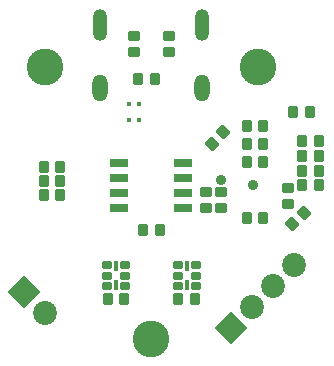
<source format=gbs>
G04*
G04 #@! TF.GenerationSoftware,Altium Limited,Altium Designer,25.1.2 (22)*
G04*
G04 Layer_Color=16711935*
%FSLAX43Y43*%
%MOMM*%
G71*
G04*
G04 #@! TF.SameCoordinates,66C82C06-DC23-4D2E-A039-6B46B43C7AA7*
G04*
G04*
G04 #@! TF.FilePolarity,Negative*
G04*
G01*
G75*
%ADD28C,0.900*%
G04:AMPARAMS|DCode=32|XSize=0.8mm|YSize=1mm|CornerRadius=0.12mm|HoleSize=0mm|Usage=FLASHONLY|Rotation=180.000|XOffset=0mm|YOffset=0mm|HoleType=Round|Shape=RoundedRectangle|*
%AMROUNDEDRECTD32*
21,1,0.800,0.760,0,0,180.0*
21,1,0.560,1.000,0,0,180.0*
1,1,0.240,-0.280,0.380*
1,1,0.240,0.280,0.380*
1,1,0.240,0.280,-0.380*
1,1,0.240,-0.280,-0.380*
%
%ADD32ROUNDEDRECTD32*%
G04:AMPARAMS|DCode=33|XSize=0.4mm|YSize=0.8mm|CornerRadius=0.08mm|HoleSize=0mm|Usage=FLASHONLY|Rotation=180.000|XOffset=0mm|YOffset=0mm|HoleType=Round|Shape=RoundedRectangle|*
%AMROUNDEDRECTD33*
21,1,0.400,0.640,0,0,180.0*
21,1,0.240,0.800,0,0,180.0*
1,1,0.160,-0.120,0.320*
1,1,0.160,0.120,0.320*
1,1,0.160,0.120,-0.320*
1,1,0.160,-0.120,-0.320*
%
%ADD33ROUNDEDRECTD33*%
G04:AMPARAMS|DCode=40|XSize=0.85mm|YSize=1.06mm|CornerRadius=0.125mm|HoleSize=0mm|Usage=FLASHONLY|Rotation=0.000|XOffset=0mm|YOffset=0mm|HoleType=Round|Shape=RoundedRectangle|*
%AMROUNDEDRECTD40*
21,1,0.850,0.810,0,0,0.0*
21,1,0.600,1.060,0,0,0.0*
1,1,0.250,0.300,-0.405*
1,1,0.250,-0.300,-0.405*
1,1,0.250,-0.300,0.405*
1,1,0.250,0.300,0.405*
%
%ADD40ROUNDEDRECTD40*%
%ADD43C,2.025*%
G04:AMPARAMS|DCode=44|XSize=2.025mm|YSize=2.025mm|CornerRadius=0.242mm|HoleSize=0mm|Usage=FLASHONLY|Rotation=45.000|XOffset=0mm|YOffset=0mm|HoleType=Round|Shape=RoundedRectangle|*
%AMROUNDEDRECTD44*
21,1,2.025,1.540,0,0,45.0*
21,1,1.540,2.025,0,0,45.0*
1,1,0.485,1.089,0.000*
1,1,0.485,0.000,-1.089*
1,1,0.485,-1.089,0.000*
1,1,0.485,0.000,1.089*
%
%ADD44ROUNDEDRECTD44*%
%ADD45C,3.100*%
G04:AMPARAMS|DCode=46|XSize=2.025mm|YSize=2.025mm|CornerRadius=0.242mm|HoleSize=0mm|Usage=FLASHONLY|Rotation=315.000|XOffset=0mm|YOffset=0mm|HoleType=Round|Shape=RoundedRectangle|*
%AMROUNDEDRECTD46*
21,1,2.025,1.540,0,0,315.0*
21,1,1.540,2.025,0,0,315.0*
1,1,0.485,0.000,-1.089*
1,1,0.485,-1.089,0.000*
1,1,0.485,0.000,1.089*
1,1,0.485,1.089,0.000*
%
%ADD46ROUNDEDRECTD46*%
%ADD47O,1.303X2.303*%
%ADD48O,1.200X2.700*%
G04:AMPARAMS|DCode=65|XSize=0.8mm|YSize=1mm|CornerRadius=0.12mm|HoleSize=0mm|Usage=FLASHONLY|Rotation=90.000|XOffset=0mm|YOffset=0mm|HoleType=Round|Shape=RoundedRectangle|*
%AMROUNDEDRECTD65*
21,1,0.800,0.760,0,0,90.0*
21,1,0.560,1.000,0,0,90.0*
1,1,0.240,0.380,0.280*
1,1,0.240,0.380,-0.280*
1,1,0.240,-0.380,-0.280*
1,1,0.240,-0.380,0.280*
%
%ADD65ROUNDEDRECTD65*%
G04:AMPARAMS|DCode=66|XSize=0.85mm|YSize=1.06mm|CornerRadius=0.125mm|HoleSize=0mm|Usage=FLASHONLY|Rotation=45.000|XOffset=0mm|YOffset=0mm|HoleType=Round|Shape=RoundedRectangle|*
%AMROUNDEDRECTD66*
21,1,0.850,0.810,0,0,45.0*
21,1,0.600,1.060,0,0,45.0*
1,1,0.250,0.499,-0.074*
1,1,0.250,0.074,-0.499*
1,1,0.250,-0.499,0.074*
1,1,0.250,-0.074,0.499*
%
%ADD66ROUNDEDRECTD66*%
%ADD67R,0.460X0.350*%
G04:AMPARAMS|DCode=68|XSize=0.8mm|YSize=0.65mm|CornerRadius=0.105mm|HoleSize=0mm|Usage=FLASHONLY|Rotation=180.000|XOffset=0mm|YOffset=0mm|HoleType=Round|Shape=RoundedRectangle|*
%AMROUNDEDRECTD68*
21,1,0.800,0.440,0,0,180.0*
21,1,0.590,0.650,0,0,180.0*
1,1,0.210,-0.295,0.220*
1,1,0.210,0.295,0.220*
1,1,0.210,0.295,-0.220*
1,1,0.210,-0.295,-0.220*
%
%ADD68ROUNDEDRECTD68*%
G04:AMPARAMS|DCode=69|XSize=0.7mm|YSize=1.6mm|CornerRadius=0.11mm|HoleSize=0mm|Usage=FLASHONLY|Rotation=270.000|XOffset=0mm|YOffset=0mm|HoleType=Round|Shape=RoundedRectangle|*
%AMROUNDEDRECTD69*
21,1,0.700,1.380,0,0,270.0*
21,1,0.480,1.600,0,0,270.0*
1,1,0.220,-0.690,-0.240*
1,1,0.220,-0.690,0.240*
1,1,0.220,0.690,0.240*
1,1,0.220,0.690,-0.240*
%
%ADD69ROUNDEDRECTD69*%
D28*
X8600Y0D02*
D03*
X5900Y500D02*
D03*
D32*
X9485Y-2800D02*
D03*
X8115D02*
D03*
X285Y9000D02*
D03*
X-1085D02*
D03*
X9485Y3500D02*
D03*
X8115D02*
D03*
X9485Y5000D02*
D03*
X8115Y5000D02*
D03*
X-9085Y-800D02*
D03*
X-7715Y-800D02*
D03*
X-9085Y400D02*
D03*
X-7715D02*
D03*
X-9085Y1600D02*
D03*
X-7715Y1600D02*
D03*
X9485Y2000D02*
D03*
X8115D02*
D03*
D33*
X3000Y-6812D02*
D03*
Y-8462D02*
D03*
X-3000Y-6812D02*
D03*
Y-8462D02*
D03*
D40*
X13400Y6200D02*
D03*
X12000D02*
D03*
X12800Y0D02*
D03*
X14200D02*
D03*
Y3750D02*
D03*
X12800D02*
D03*
X14200Y2500D02*
D03*
X12800D02*
D03*
X14200Y1250D02*
D03*
X12800Y1250D02*
D03*
X700Y-3810D02*
D03*
X-700D02*
D03*
X-2300Y-9637D02*
D03*
X-3700D02*
D03*
X3700D02*
D03*
X2300D02*
D03*
D43*
X12094Y-6706D02*
D03*
X10298Y-8502D02*
D03*
X8502Y-10298D02*
D03*
X-9008Y-10804D02*
D03*
D44*
X6706Y-12094D02*
D03*
D45*
X9000Y10000D02*
D03*
X-9000D02*
D03*
X0Y-13000D02*
D03*
D46*
X-10804Y-9008D02*
D03*
D47*
X-4320Y8250D02*
D03*
X4320D02*
D03*
D48*
X-4320Y13610D02*
D03*
X4320D02*
D03*
D65*
X11600Y-215D02*
D03*
Y-1585D02*
D03*
X-1500Y12685D02*
D03*
Y11315D02*
D03*
X1500Y12685D02*
D03*
Y11315D02*
D03*
X4600Y-515D02*
D03*
Y-1885D02*
D03*
X5900Y-515D02*
D03*
Y-1885D02*
D03*
D66*
X12895Y-2305D02*
D03*
X11905Y-3295D02*
D03*
X5105Y3505D02*
D03*
X6095Y4495D02*
D03*
D67*
X-1080Y6900D02*
D03*
X-1920D02*
D03*
X-1080Y5500D02*
D03*
X-1920D02*
D03*
D68*
X3750Y-7637D02*
D03*
X3750Y-6737D02*
D03*
X2250D02*
D03*
Y-7637D02*
D03*
Y-8537D02*
D03*
X3750D02*
D03*
X-2250Y-7637D02*
D03*
X-2250Y-6737D02*
D03*
X-3750D02*
D03*
Y-7637D02*
D03*
Y-8537D02*
D03*
X-2250D02*
D03*
D69*
X-2700Y-1905D02*
D03*
Y-635D02*
D03*
Y635D02*
D03*
Y1905D02*
D03*
X2700Y-1905D02*
D03*
Y-635D02*
D03*
Y635D02*
D03*
Y1905D02*
D03*
M02*

</source>
